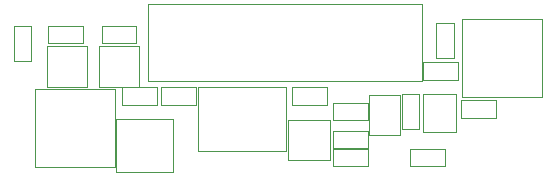
<source format=gbr>
%TF.GenerationSoftware,KiCad,Pcbnew,(5.1.10-1-10_14)*%
%TF.CreationDate,2023-04-11T22:44:58+12:00*%
%TF.ProjectId,BMSladder,424d536c-6164-4646-9572-2e6b69636164,rev?*%
%TF.SameCoordinates,Original*%
%TF.FileFunction,Other,User*%
%FSLAX46Y46*%
G04 Gerber Fmt 4.6, Leading zero omitted, Abs format (unit mm)*
G04 Created by KiCad (PCBNEW (5.1.10-1-10_14)) date 2023-04-11 22:44:58*
%MOMM*%
%LPD*%
G01*
G04 APERTURE LIST*
%ADD10C,0.050000*%
G04 APERTURE END LIST*
D10*
%TO.C,J2*%
X23200000Y-25420000D02*
X23200000Y-31980000D01*
X23200000Y-31980000D02*
X30000000Y-31980000D01*
X30000000Y-31980000D02*
X30000000Y-25420000D01*
X30000000Y-25420000D02*
X23200000Y-25420000D01*
%TO.C,J1*%
X66100000Y-26080000D02*
X66100000Y-19520000D01*
X66100000Y-19520000D02*
X59300000Y-19520000D01*
X59300000Y-19520000D02*
X59300000Y-26080000D01*
X59300000Y-26080000D02*
X66100000Y-26080000D01*
%TO.C,D1*%
X58630000Y-22780000D02*
X57170000Y-22780000D01*
X57170000Y-22780000D02*
X57170000Y-19820000D01*
X57170000Y-19820000D02*
X58630000Y-19820000D01*
X58630000Y-19820000D02*
X58630000Y-22780000D01*
%TO.C,R3*%
X51380000Y-30470000D02*
X51380000Y-31930000D01*
X51380000Y-31930000D02*
X48420000Y-31930000D01*
X48420000Y-31930000D02*
X48420000Y-30470000D01*
X48420000Y-30470000D02*
X51380000Y-30470000D01*
%TO.C,U2*%
X37000000Y-25250000D02*
X37000000Y-30650000D01*
X37000000Y-30650000D02*
X44400000Y-30650000D01*
X44400000Y-30650000D02*
X44400000Y-25250000D01*
X44400000Y-25250000D02*
X37000000Y-25250000D01*
%TO.C,J5*%
X30050000Y-27950000D02*
X30050000Y-32400000D01*
X34900000Y-27950000D02*
X30050000Y-27950000D01*
X34900000Y-32400000D02*
X34900000Y-27950000D01*
X30050000Y-32400000D02*
X34900000Y-32400000D01*
%TO.C,R7*%
X55950000Y-24750000D02*
X55950000Y-18250000D01*
X55950000Y-18250000D02*
X32730000Y-18250000D01*
X32730000Y-18250000D02*
X32730000Y-24750000D01*
X32730000Y-24750000D02*
X55950000Y-24750000D01*
%TO.C,U1*%
X44650000Y-31400000D02*
X44650000Y-28000000D01*
X44650000Y-28000000D02*
X48150000Y-28000000D01*
X48150000Y-28000000D02*
X48150000Y-31400000D01*
X48150000Y-31400000D02*
X44650000Y-31400000D01*
%TO.C,R13*%
X24320000Y-21530000D02*
X24320000Y-20070000D01*
X24320000Y-20070000D02*
X27280000Y-20070000D01*
X27280000Y-20070000D02*
X27280000Y-21530000D01*
X27280000Y-21530000D02*
X24320000Y-21530000D01*
%TO.C,R12*%
X22830000Y-23080000D02*
X21370000Y-23080000D01*
X21370000Y-23080000D02*
X21370000Y-20120000D01*
X21370000Y-20120000D02*
X22830000Y-20120000D01*
X22830000Y-20120000D02*
X22830000Y-23080000D01*
%TO.C,R11*%
X31780000Y-20070000D02*
X31780000Y-21530000D01*
X31780000Y-21530000D02*
X28820000Y-21530000D01*
X28820000Y-21530000D02*
X28820000Y-20070000D01*
X28820000Y-20070000D02*
X31780000Y-20070000D01*
%TO.C,R10*%
X33480000Y-25270000D02*
X33480000Y-26730000D01*
X33480000Y-26730000D02*
X30520000Y-26730000D01*
X30520000Y-26730000D02*
X30520000Y-25270000D01*
X30520000Y-25270000D02*
X33480000Y-25270000D01*
%TO.C,R9*%
X51380000Y-26570000D02*
X51380000Y-28030000D01*
X51380000Y-28030000D02*
X48420000Y-28030000D01*
X48420000Y-28030000D02*
X48420000Y-26570000D01*
X48420000Y-26570000D02*
X51380000Y-26570000D01*
%TO.C,R8*%
X54220000Y-25870000D02*
X55680000Y-25870000D01*
X55680000Y-25870000D02*
X55680000Y-28830000D01*
X55680000Y-28830000D02*
X54220000Y-28830000D01*
X54220000Y-28830000D02*
X54220000Y-25870000D01*
%TO.C,R6*%
X59220000Y-27830000D02*
X59220000Y-26370000D01*
X59220000Y-26370000D02*
X62180000Y-26370000D01*
X62180000Y-26370000D02*
X62180000Y-27830000D01*
X62180000Y-27830000D02*
X59220000Y-27830000D01*
%TO.C,R5*%
X56032500Y-24630000D02*
X56032500Y-23170000D01*
X56032500Y-23170000D02*
X58992500Y-23170000D01*
X58992500Y-23170000D02*
X58992500Y-24630000D01*
X58992500Y-24630000D02*
X56032500Y-24630000D01*
%TO.C,R4*%
X48420000Y-30430000D02*
X48420000Y-28970000D01*
X48420000Y-28970000D02*
X51380000Y-28970000D01*
X51380000Y-28970000D02*
X51380000Y-30430000D01*
X51380000Y-30430000D02*
X48420000Y-30430000D01*
%TO.C,R2*%
X47880000Y-25270000D02*
X47880000Y-26730000D01*
X47880000Y-26730000D02*
X44920000Y-26730000D01*
X44920000Y-26730000D02*
X44920000Y-25270000D01*
X44920000Y-25270000D02*
X47880000Y-25270000D01*
%TO.C,R1*%
X57880000Y-30470000D02*
X57880000Y-31930000D01*
X57880000Y-31930000D02*
X54920000Y-31930000D01*
X54920000Y-31930000D02*
X54920000Y-30470000D01*
X54920000Y-30470000D02*
X57880000Y-30470000D01*
%TO.C,Q3*%
X24200000Y-21750000D02*
X27600000Y-21750000D01*
X27600000Y-21750000D02*
X27600000Y-25250000D01*
X27600000Y-25250000D02*
X24200000Y-25250000D01*
X24200000Y-25250000D02*
X24200000Y-21750000D01*
%TO.C,Q2*%
X28600000Y-21750000D02*
X32000000Y-21750000D01*
X32000000Y-21750000D02*
X32000000Y-25250000D01*
X32000000Y-25250000D02*
X28600000Y-25250000D01*
X28600000Y-25250000D02*
X28600000Y-21750000D01*
%TO.C,Q1*%
X56050000Y-29050000D02*
X58850000Y-29050000D01*
X58850000Y-25850000D02*
X56050000Y-25850000D01*
X58850000Y-25850000D02*
X58850000Y-29050000D01*
X56050000Y-25850000D02*
X56050000Y-29050000D01*
%TO.C,D2*%
X54100000Y-25900000D02*
X54100000Y-29300000D01*
X51500000Y-25900000D02*
X54100000Y-25900000D01*
X51500000Y-29300000D02*
X51500000Y-25900000D01*
X54100000Y-29300000D02*
X51500000Y-29300000D01*
%TO.C,C1*%
X36780000Y-25270000D02*
X36780000Y-26730000D01*
X36780000Y-26730000D02*
X33820000Y-26730000D01*
X33820000Y-26730000D02*
X33820000Y-25270000D01*
X33820000Y-25270000D02*
X36780000Y-25270000D01*
%TD*%
M02*

</source>
